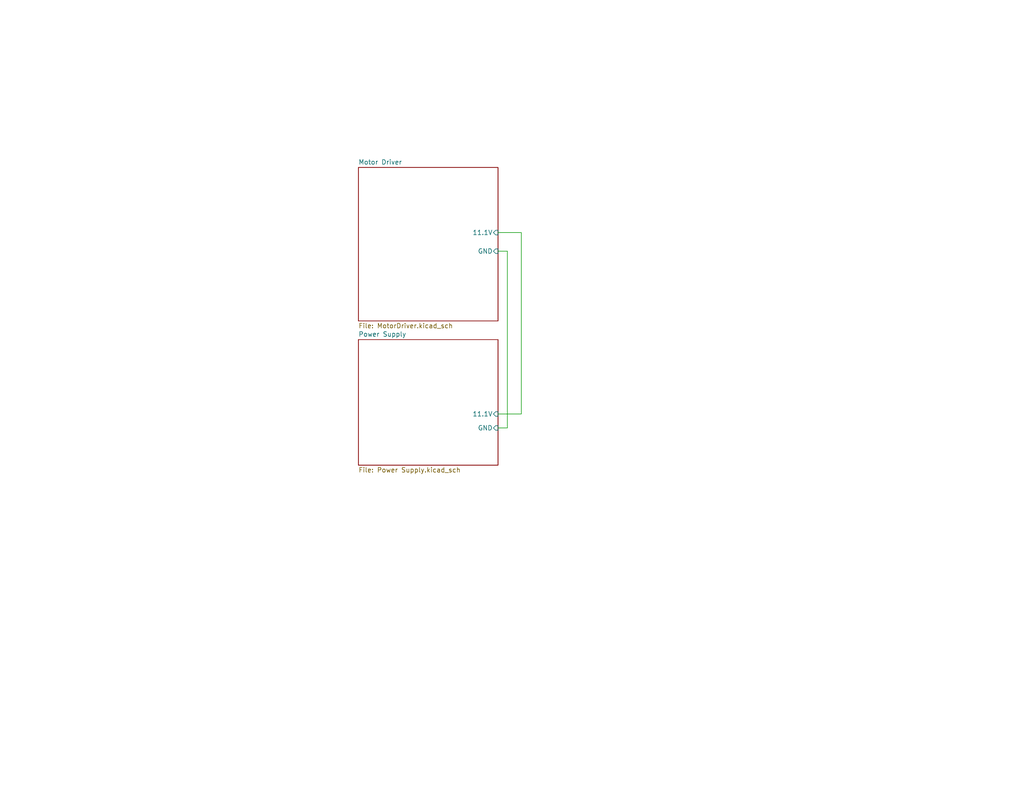
<source format=kicad_sch>
(kicad_sch
	(version 20250114)
	(generator "eeschema")
	(generator_version "9.0")
	(uuid "74b8c83e-e010-40b5-9e46-aea87c6beab3")
	(paper "USLetter")
	(title_block
		(title "Practical Activity #3 Activity #1")
		(date "2025-07-01")
		(rev "1.0")
		(company "Chrys Sean T. Sevilla")
	)
	(lib_symbols)
	(wire
		(pts
			(xy 142.24 113.03) (xy 142.24 63.5)
		)
		(stroke
			(width 0)
			(type default)
		)
		(uuid "057e117e-22db-4573-9c5e-b86760434aa6")
	)
	(wire
		(pts
			(xy 138.43 116.84) (xy 135.89 116.84)
		)
		(stroke
			(width 0)
			(type default)
		)
		(uuid "2b420a06-7704-45d3-a349-04203f94a4c4")
	)
	(wire
		(pts
			(xy 135.89 68.58) (xy 138.43 68.58)
		)
		(stroke
			(width 0)
			(type default)
		)
		(uuid "45548ef5-b4cd-4873-a47f-3312ce1bf6ce")
	)
	(wire
		(pts
			(xy 138.43 68.58) (xy 138.43 116.84)
		)
		(stroke
			(width 0)
			(type default)
		)
		(uuid "4992ff27-ef72-456f-9139-0ede201769b5")
	)
	(wire
		(pts
			(xy 135.89 113.03) (xy 142.24 113.03)
		)
		(stroke
			(width 0)
			(type default)
		)
		(uuid "56699bf3-0625-4628-a1c9-479ffbcbf0f0")
	)
	(wire
		(pts
			(xy 142.24 63.5) (xy 135.89 63.5)
		)
		(stroke
			(width 0)
			(type default)
		)
		(uuid "db095115-ce8f-4b6c-bad8-3441cdeedc43")
	)
	(sheet
		(at 97.79 92.71)
		(size 38.1 34.29)
		(exclude_from_sim no)
		(in_bom yes)
		(on_board yes)
		(dnp no)
		(fields_autoplaced yes)
		(stroke
			(width 0.1524)
			(type solid)
		)
		(fill
			(color 0 0 0 0.0000)
		)
		(uuid "1b97c8a8-af5d-4873-b8e5-6a3f6750f05d")
		(property "Sheetname" "Power Supply"
			(at 97.79 91.9984 0)
			(effects
				(font
					(size 1.27 1.27)
				)
				(justify left bottom)
			)
		)
		(property "Sheetfile" "Power Supply.kicad_sch"
			(at 97.79 127.5846 0)
			(effects
				(font
					(size 1.27 1.27)
				)
				(justify left top)
			)
		)
		(pin "11.1V" input
			(at 135.89 113.03 0)
			(uuid "1f672235-964d-4261-88ba-65117adfa114")
			(effects
				(font
					(size 1.27 1.27)
				)
				(justify right)
			)
		)
		(pin "GND" input
			(at 135.89 116.84 0)
			(uuid "b7da61e8-4ac8-4e46-89ca-ef7c9765947b")
			(effects
				(font
					(size 1.27 1.27)
				)
				(justify right)
			)
		)
		(instances
			(project "SEVILLA_PA3-1"
				(path "/74b8c83e-e010-40b5-9e46-aea87c6beab3"
					(page "3")
				)
			)
		)
	)
	(sheet
		(at 97.79 45.72)
		(size 38.1 41.91)
		(exclude_from_sim no)
		(in_bom yes)
		(on_board yes)
		(dnp no)
		(fields_autoplaced yes)
		(stroke
			(width 0.1524)
			(type solid)
		)
		(fill
			(color 0 0 0 0.0000)
		)
		(uuid "2c0c1cec-4ead-4e9c-97a5-d78c912e1dd7")
		(property "Sheetname" "Motor Driver"
			(at 97.79 45.0084 0)
			(effects
				(font
					(size 1.27 1.27)
				)
				(justify left bottom)
			)
		)
		(property "Sheetfile" "MotorDriver.kicad_sch"
			(at 97.79 88.2146 0)
			(effects
				(font
					(size 1.27 1.27)
				)
				(justify left top)
			)
		)
		(pin "11.1V" input
			(at 135.89 63.5 0)
			(uuid "c0ab6d6d-ea46-4aca-b083-fb103d709d1e")
			(effects
				(font
					(size 1.27 1.27)
				)
				(justify right)
			)
		)
		(pin "GND" input
			(at 135.89 68.58 0)
			(uuid "357cf418-32f6-42ab-b9a4-940c7771216d")
			(effects
				(font
					(size 1.27 1.27)
				)
				(justify right)
			)
		)
		(instances
			(project "SEVILLA_PA3-1"
				(path "/74b8c83e-e010-40b5-9e46-aea87c6beab3"
					(page "2")
				)
			)
		)
	)
	(sheet_instances
		(path "/"
			(page "1")
		)
	)
	(embedded_fonts no)
)

</source>
